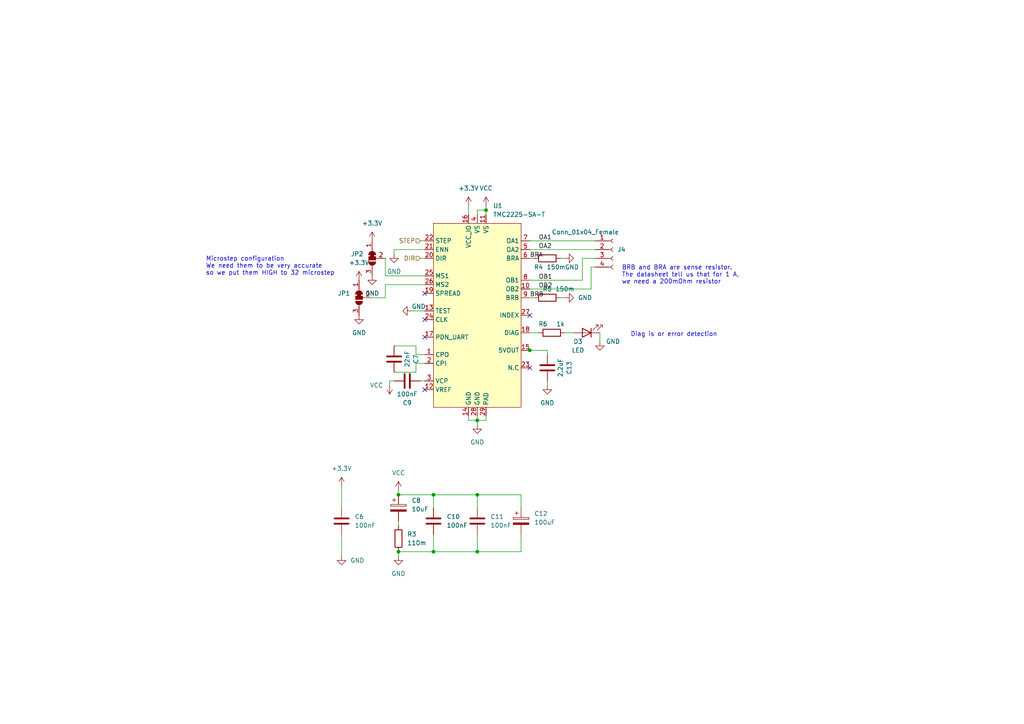
<source format=kicad_sch>
(kicad_sch (version 20211123) (generator eeschema)
  (paper "A4")
  (lib_symbols
    (symbol "Connector:Conn_01x04_Female" (pin_names (offset 1.016) hide)
      (property "Reference" "J" (at 0 5.08 0))
      (property "Value" "Conn_01x04_Female" (at 0 -7.62 0))
      (symbol "Conn_01x04_Female_1_1"
        (arc (start 0 -4.572) (mid -0.508 -5.08) (end 0 -5.588) (stroke (width 0.1524)))
        (arc (start 0 -2.032) (mid -0.508 -2.54) (end 0 -3.048) (stroke (width 0.1524)))
        (polyline (pts (xy -1.27 -5.08) (xy -0.508 -5.08)) (stroke (width 0.1524)))
        (polyline (pts (xy -1.27 -2.54) (xy -0.508 -2.54)) (stroke (width 0.1524)))
        (polyline (pts (xy -1.27 0) (xy -0.508 0)) (stroke (width 0.1524)))
        (polyline (pts (xy -1.27 2.54) (xy -0.508 2.54)) (stroke (width 0.1524)))
        (arc (start 0 0.508) (mid -0.508 0) (end 0 -0.508) (stroke (width 0.1524)))
        (arc (start 0 3.048) (mid -0.508 2.54) (end 0 2.032) (stroke (width 0.1524)))
        (pin passive line (at -5.08 2.54 0) (length 3.81) (name "Pin_1") (number "1"))
        (pin passive line (at -5.08 0 0) (length 3.81) (name "Pin_2") (number "2"))
        (pin passive line (at -5.08 -2.54 0) (length 3.81) (name "Pin_3") (number "3"))
        (pin passive line (at -5.08 -5.08 0) (length 3.81) (name "Pin_4") (number "4"))
      )
    )
    (symbol "Custom_laptop:TMC2225-SA-T"
      (property "Reference" "U" (at -11.43 25.4 0))
      (property "Value" "TMC2225-SA-T" (at -13.97 -31.75 0))
      (symbol "TMC2225-SA-T_0_1"
        (rectangle (start -12.7 24.13) (end 12.7 -29.21) (fill (type background)))
      )
      (symbol "TMC2225-SA-T_1_1"
        (pin passive line (at -15.24 -13.97 0) (length 2.54) (name "CPO") (number "1"))
        (pin passive line (at 15.24 5.08 180) (length 2.54) (name "OB2") (number "10"))
        (pin power_in line (at 2.54 26.67 270) (length 2.54) (name "VS") (number "11"))
        (pin passive line (at -15.24 -24.13 0) (length 2.54) (name "VREF") (number "12"))
        (pin passive line (at -15.24 -1.27 0) (length 2.54) (name "TEST") (number "13"))
        (pin power_in line (at -2.54 -31.75 90) (length 2.54) (name "GND") (number "14"))
        (pin passive line (at 15.24 -12.7 180) (length 2.54) (name "5VOUT") (number "15"))
        (pin power_in line (at -2.54 26.67 270) (length 2.54) (name "VCC_IO") (number "16"))
        (pin passive line (at -15.24 -8.89 0) (length 2.54) (name "PDN_UART") (number "17"))
        (pin passive line (at 15.24 -7.62 180) (length 2.54) (name "DIAG") (number "18"))
        (pin passive line (at -15.24 3.81 0) (length 2.54) (name "SPREAD") (number "19"))
        (pin passive line (at -15.24 -16.51 0) (length 2.54) (name "CPI") (number "2"))
        (pin passive line (at -15.24 13.97 0) (length 2.54) (name "DIR") (number "20"))
        (pin passive line (at -15.24 16.51 0) (length 2.54) (name "ENN") (number "21"))
        (pin passive line (at -15.24 19.05 0) (length 2.54) (name "STEP") (number "22"))
        (pin passive line (at 15.24 -17.78 180) (length 2.54) (name "N.C") (number "23"))
        (pin passive line (at -15.24 -3.81 0) (length 2.54) (name "CLK") (number "24"))
        (pin passive line (at -15.24 8.89 0) (length 2.54) (name "MS1") (number "25"))
        (pin passive line (at -15.24 6.35 0) (length 2.54) (name "MS2") (number "26"))
        (pin passive line (at 15.24 -2.54 180) (length 2.54) (name "INDEX") (number "27"))
        (pin power_in line (at 0 -31.75 90) (length 2.54) (name "GND") (number "28"))
        (pin power_in line (at 2.54 -31.75 90) (length 2.54) (name "PAD") (number "29"))
        (pin passive line (at -15.24 -21.59 0) (length 2.54) (name "VCP") (number "3"))
        (pin power_in line (at 0 26.67 270) (length 2.54) (name "VS") (number "4"))
        (pin passive line (at 15.24 16.51 180) (length 2.54) (name "OA2") (number "5"))
        (pin passive line (at 15.24 13.97 180) (length 2.54) (name "BRA") (number "6"))
        (pin passive line (at 15.24 19.05 180) (length 2.54) (name "OA1") (number "7"))
        (pin passive line (at 15.24 7.62 180) (length 2.54) (name "OB1") (number "8"))
        (pin passive line (at 15.24 2.54 180) (length 2.54) (name "BRB") (number "9"))
      )
    )
    (symbol "Device:C" (pin_numbers hide) (pin_names (offset 0.254))
      (property "Reference" "C" (at 0.635 2.54 0))
      (property "Value" "C" (at 0.635 -2.54 0))
      (symbol "C_0_1"
        (polyline (pts (xy -2.032 -0.762) (xy 2.032 -0.762)) (stroke (width 0.508)))
        (polyline (pts (xy -2.032 0.762) (xy 2.032 0.762)) (stroke (width 0.508)))
      )
      (symbol "C_1_1"
        (pin passive line (at 0 3.81 270) (length 2.794) (name "~") (number "1"))
        (pin passive line (at 0 -3.81 90) (length 2.794) (name "~") (number "2"))
      )
    )
    (symbol "Device:C_Polarized" (pin_numbers hide) (pin_names (offset 0.254))
      (property "Reference" "C" (at 0.635 2.54 0))
      (property "Value" "C_Polarized" (at 0.635 -2.54 0))
      (symbol "C_Polarized_0_1"
        (rectangle (start -2.286 0.508) (end 2.286 1.016))
        (polyline (pts (xy -1.778 2.286) (xy -0.762 2.286)))
        (polyline (pts (xy -1.27 2.794) (xy -1.27 1.778)))
        (rectangle (start 2.286 -0.508) (end -2.286 -1.016) (fill (type outline)))
      )
      (symbol "C_Polarized_1_1"
        (pin passive line (at 0 3.81 270) (length 2.794) (name "~") (number "1"))
        (pin passive line (at 0 -3.81 90) (length 2.794) (name "~") (number "2"))
      )
    )
    (symbol "Device:LED" (pin_numbers hide) (pin_names (offset 1.016) hide)
      (property "Reference" "D" (at 0 2.54 0))
      (property "Value" "LED" (at 0 -2.54 0))
      (symbol "LED_0_1"
        (polyline (pts (xy -1.27 -1.27) (xy -1.27 1.27)) (stroke (width 0.254)))
        (polyline (pts (xy -1.27 0) (xy 1.27 0)))
        (polyline (pts (xy 1.27 -1.27) (xy 1.27 1.27) (xy -1.27 0) (xy 1.27 -1.27)) (stroke (width 0.254)))
        (polyline (pts (xy -3.048 -0.762) (xy -4.572 -2.286) (xy -3.81 -2.286) (xy -4.572 -2.286) (xy -4.572 -1.524)))
        (polyline (pts (xy -1.778 -0.762) (xy -3.302 -2.286) (xy -2.54 -2.286) (xy -3.302 -2.286) (xy -3.302 -1.524)))
      )
      (symbol "LED_1_1"
        (pin passive line (at -3.81 0 0) (length 2.54) (name "K") (number "1"))
        (pin passive line (at 3.81 0 180) (length 2.54) (name "A") (number "2"))
      )
    )
    (symbol "Device:R" (pin_numbers hide) (pin_names (offset 0))
      (property "Reference" "R" (at 2.032 0 90))
      (property "Value" "R" (at 0 0 90))
      (symbol "R_0_1"
        (rectangle (start -1.016 -2.54) (end 1.016 2.54) (stroke (width 0.254)))
      )
      (symbol "R_1_1"
        (pin passive line (at 0 3.81 270) (length 1.27) (name "~") (number "1"))
        (pin passive line (at 0 -3.81 90) (length 1.27) (name "~") (number "2"))
      )
    )
    (symbol "Jumper:SolderJumper_3_Bridged12" (pin_names (offset 0) hide)
      (property "Reference" "JP" (at -2.54 -2.54 0))
      (property "Value" "SolderJumper_3_Bridged12" (at 0 2.794 0))
      (symbol "SolderJumper_3_Bridged12_0_1"
        (rectangle (start -1.016 0.508) (end -0.508 -0.508) (fill (type outline)))
        (arc (start -1.016 1.016) (mid -2.032 0) (end -1.016 -1.016))
        (arc (start -1.016 1.016) (mid -2.032 0) (end -1.016 -1.016) (fill (type outline)))
        (rectangle (start -0.508 1.016) (end 0.508 -1.016) (fill (type outline)))
        (polyline (pts (xy -2.54 0) (xy -2.032 0)))
        (polyline (pts (xy -1.016 1.016) (xy -1.016 -1.016)))
        (polyline (pts (xy 0 -1.27) (xy 0 -1.016)))
        (polyline (pts (xy 1.016 1.016) (xy 1.016 -1.016)))
        (polyline (pts (xy 2.54 0) (xy 2.032 0)))
        (arc (start 1.016 -1.016) (mid 2.032 0) (end 1.016 1.016))
        (arc (start 1.016 -1.016) (mid 2.032 0) (end 1.016 1.016) (fill (type outline)))
      )
      (symbol "SolderJumper_3_Bridged12_1_1"
        (pin passive line (at -5.08 0 0) (length 2.54) (name "A") (number "1"))
        (pin passive line (at 0 -3.81 90) (length 2.54) (name "C") (number "2"))
        (pin passive line (at 5.08 0 180) (length 2.54) (name "B") (number "3"))
      )
    )
    (symbol "power:+3.3V" (power) (pin_names (offset 0))
      (property "Value" "+3.3V" (at 0 3.556 0))
      (symbol "+3.3V_0_1"
        (polyline (pts (xy -0.762 1.27) (xy 0 2.54)))
        (polyline (pts (xy 0 0) (xy 0 2.54)))
        (polyline (pts (xy 0 2.54) (xy 0.762 1.27)))
      )
      (symbol "+3.3V_1_1"
        (pin power_in line (at 0 0 90) (length 0) hide (name "+3.3V") (number "1"))
      )
    )
    (symbol "power:GND" (power) (pin_names (offset 0))
      (property "Value" "GND" (at 0 -3.81 0))
      (symbol "GND_0_1"
        (polyline (pts (xy 0 0) (xy 0 -1.27) (xy 1.27 -1.27) (xy 0 -2.54) (xy -1.27 -1.27) (xy 0 -1.27)))
      )
      (symbol "GND_1_1"
        (pin power_in line (at 0 0 270) (length 0) hide (name "GND") (number "1"))
      )
    )
    (symbol "power:VCC" (power) (pin_names (offset 0))
      (property "Value" "VCC" (at 0 3.81 0))
      (symbol "VCC_0_1"
        (polyline (pts (xy -0.762 1.27) (xy 0 2.54)))
        (polyline (pts (xy 0 0) (xy 0 2.54)))
        (polyline (pts (xy 0 2.54) (xy 0.762 1.27)))
      )
      (symbol "VCC_1_1"
        (pin power_in line (at 0 0 90) (length 0) hide (name "VCC") (number "1"))
      )
    )
  )
  (junction (at 125.73 143.51))
  (junction (at 140.97 60.96))
  (junction (at 153.67 101.6))
  (junction (at 115.57 143.51))
  (junction (at 138.43 160.02))
  (junction (at 115.57 160.02))
  (junction (at 125.73 160.02))
  (junction (at 138.43 121.92))
  (junction (at 138.43 143.51))
  (no_connect (at 123.19 85.09))
  (no_connect (at 153.67 91.44))
  (no_connect (at 123.19 113.03))
  (no_connect (at 123.19 92.71))
  (no_connect (at 123.19 97.79))
  (no_connect (at 153.67 106.68))
  (wire (pts (xy 120.65 102.87) (xy 123.19 102.87)))
  (wire (pts (xy 138.43 121.92) (xy 138.43 123.19)))
  (wire (pts (xy 114.3 73.66) (xy 114.3 72.39)))
  (wire (pts (xy 138.43 160.02) (xy 125.73 160.02)))
  (wire (pts (xy 153.67 101.6) (xy 151.13 101.6)))
  (wire (pts (xy 99.06 154.94) (xy 99.06 161.29)))
  (wire (pts (xy 153.67 96.52) (xy 156.21 96.52)))
  (wire (pts (xy 121.92 69.85) (xy 123.19 69.85)))
  (wire (pts (xy 125.73 143.51) (xy 115.57 143.51)))
  (wire (pts (xy 123.19 82.55) (xy 111.76 82.55)))
  (wire (pts (xy 120.65 107.95) (xy 120.65 105.41)))
  (wire (pts (xy 138.43 147.32) (xy 138.43 143.51)))
  (wire (pts (xy 151.13 143.51) (xy 151.13 147.32)))
  (wire (pts (xy 121.92 110.49) (xy 123.19 110.49)))
  (wire (pts (xy 171.45 77.47) (xy 172.72 77.47)))
  (wire (pts (xy 113.03 111.76) (xy 113.03 110.49)))
  (wire (pts (xy 135.89 120.65) (xy 135.89 121.92)))
  (wire (pts (xy 151.13 160.02) (xy 138.43 160.02)))
  (wire (pts (xy 120.65 100.33) (xy 120.65 102.87)))
  (wire (pts (xy 111.76 82.55) (xy 111.76 86.36)))
  (wire (pts (xy 158.75 102.87) (xy 158.75 101.6)))
  (wire (pts (xy 138.43 120.65) (xy 138.43 121.92)))
  (wire (pts (xy 125.73 154.94) (xy 125.73 160.02)))
  (wire (pts (xy 125.73 160.02) (xy 115.57 160.02)))
  (wire (pts (xy 168.91 81.28) (xy 168.91 74.93)))
  (wire (pts (xy 111.76 80.01) (xy 111.76 74.93)))
  (wire (pts (xy 138.43 121.92) (xy 140.97 121.92)))
  (wire (pts (xy 151.13 154.94) (xy 151.13 160.02)))
  (wire (pts (xy 125.73 143.51) (xy 138.43 143.51)))
  (wire (pts (xy 99.06 140.97) (xy 99.06 147.32)))
  (wire (pts (xy 138.43 60.96) (xy 140.97 60.96)))
  (wire (pts (xy 121.92 74.93) (xy 123.19 74.93)))
  (wire (pts (xy 111.76 80.01) (xy 123.19 80.01)))
  (wire (pts (xy 114.3 72.39) (xy 123.19 72.39)))
  (wire (pts (xy 171.45 83.82) (xy 171.45 77.47)))
  (wire (pts (xy 115.57 143.51) (xy 115.57 142.24)))
  (wire (pts (xy 173.99 99.06) (xy 173.99 96.52)))
  (wire (pts (xy 153.67 69.85) (xy 172.72 69.85)))
  (wire (pts (xy 120.65 105.41) (xy 123.19 105.41)))
  (wire (pts (xy 119.38 90.17) (xy 123.19 90.17)))
  (wire (pts (xy 153.67 81.28) (xy 168.91 81.28)))
  (wire (pts (xy 153.67 72.39) (xy 172.72 72.39)))
  (wire (pts (xy 113.03 110.49) (xy 114.3 110.49)))
  (wire (pts (xy 107.95 86.36) (xy 111.76 86.36)))
  (wire (pts (xy 153.67 74.93) (xy 154.94 74.93)))
  (wire (pts (xy 162.56 86.36) (xy 163.83 86.36)))
  (wire (pts (xy 162.56 74.93) (xy 163.83 74.93)))
  (wire (pts (xy 135.89 59.69) (xy 135.89 62.23)))
  (wire (pts (xy 125.73 147.32) (xy 125.73 143.51)))
  (wire (pts (xy 140.97 60.96) (xy 140.97 62.23)))
  (wire (pts (xy 158.75 110.49) (xy 158.75 111.76)))
  (wire (pts (xy 140.97 120.65) (xy 140.97 121.92)))
  (wire (pts (xy 163.83 96.52) (xy 166.37 96.52)))
  (wire (pts (xy 115.57 151.13) (xy 115.57 152.4)))
  (wire (pts (xy 138.43 143.51) (xy 151.13 143.51)))
  (wire (pts (xy 114.3 107.95) (xy 120.65 107.95)))
  (wire (pts (xy 153.67 83.82) (xy 171.45 83.82)))
  (wire (pts (xy 138.43 62.23) (xy 138.43 60.96)))
  (wire (pts (xy 158.75 101.6) (xy 153.67 101.6)))
  (wire (pts (xy 140.97 59.69) (xy 140.97 60.96)))
  (wire (pts (xy 153.67 86.36) (xy 154.94 86.36)))
  (wire (pts (xy 114.3 100.33) (xy 120.65 100.33)))
  (wire (pts (xy 168.91 74.93) (xy 172.72 74.93)))
  (wire (pts (xy 115.57 160.02) (xy 115.57 161.29)))
  (wire (pts (xy 138.43 154.94) (xy 138.43 160.02)))
  (wire (pts (xy 135.89 121.92) (xy 138.43 121.92)))
  (text "Diag is or error detection" (at 182.88 97.79 0) (effects (font (size 1.27 1.27)) (justify left bottom)))
  (text "BRB and BRA are sense resistor. \nThe datasheet tell us that for 1 A, \nwe need a 200mOhm resistor" (at 180.34 82.55 0) (effects (font (size 1.27 1.27)) (justify left bottom)))
  (text "Microstep configuration\nWe need them to be very accurate\nso we put them HIGH to 32 microstep" (at 59.69 80.01 0) (effects (font (size 1.27 1.27)) (justify left bottom)))
  (label "OB2" (at 156.21 83.82 0))
  (label "BRB" (at 153.67 86.36 0))
  (label "OB1" (at 156.21 81.28 0))
  (label "BRA" (at 153.67 74.93 0))
  (label "OA2" (at 156.21 72.39 0))
  (label "OA1" (at 156.21 69.85 0))
  (hierarchical_label "DIR" (shape input) (at 121.92 74.93 180))
  (hierarchical_label "STEP" (shape input) (at 121.92 69.85 180))
  (symbol (lib_id "Device:C") (at 138.43 151.13 0) (unit 1)
    (property "Reference" "C11" (at 142.24 149.8599 0) (effects (justify left)))
    (property "Value" "100nF" (at 142.24 152.3999 0) (effects (justify left)))
    (property "Footprint" "Capacitor_SMD:C_0603_1608Metric_Pad1.08x0.95mm_HandSolder" (effects hide))
  )
  (symbol (lib_id "Device:C") (at 158.75 106.68 180) (unit 1)
    (property "Reference" "C13" (at 165.1 106.68 90))
    (property "Value" "2.2uF" (at 162.56 106.68 90))
    (property "Footprint" "Capacitor_SMD:C_0603_1608Metric_Pad1.08x0.95mm_HandSolder" (effects hide))
  )
  (symbol (lib_id "power:GND") (at 163.83 86.36 90) (unit 1)
    (property "Reference" "#PWR0110" (effects hide))
    (property "Value" "GND" (at 167.64 86.3599 90) (effects (justify right)))
  )
  (symbol (lib_id "Device:C_Polarized") (at 115.57 147.32 0) (unit 1)
    (property "Reference" "C8" (at 119.38 145.1609 0) (effects (justify left)))
    (property "Value" "10uF" (at 119.38 147.7009 0) (effects (justify left)))
    (property "Footprint" "Capacitor_SMD:CP_Elec_4x5.7" (effects hide))
  )
  (symbol (lib_id "power:GND") (at 173.99 99.06 0) (unit 1)
    (property "Reference" "#PWR0111" (effects hide))
    (property "Value" "GND" (at 177.8 99.06 0))
  )
  (symbol (lib_id "power:+3.3V") (at 107.95 69.85 0) (unit 1)
    (property "Reference" "#PWR0120" (effects hide))
    (property "Value" "+3.3V" (at 107.95 64.77 0))
  )
  (symbol (lib_id "power:GND") (at 119.38 90.17 270) (unit 1)
    (property "Reference" "#PWR0113" (effects hide))
    (property "Value" "GND" (at 119.38 88.9 90) (effects (justify left)))
  )
  (symbol (lib_id "Custom_laptop:TMC2225-SA-T") (at 138.43 88.9 0) (unit 1)
    (property "Reference" "U1" (at 142.9894 59.69 0) (effects (justify left)))
    (property "Value" "TMC2225-SA-T" (at 142.9894 62.23 0) (effects (justify left)))
    (property "Footprint" "Package_SO:HTSSOP-28-1EP_4.4x9.7mm_P0.65mm_EP2.85x5.4mm_ThermalVias" (effects hide))
  )
  (symbol (lib_id "Device:R") (at 160.02 96.52 270) (unit 1)
    (property "Reference" "R6" (at 157.48 93.98 90))
    (property "Value" "1k" (at 162.56 93.98 90))
    (property "Footprint" "Resistor_SMD:R_0603_1608Metric_Pad0.98x0.95mm_HandSolder" (effects hide))
  )
  (symbol (lib_id "power:GND") (at 99.06 161.29 0) (mirror y) (unit 1)
    (property "Reference" "#PWR0107" (effects hide))
    (property "Value" "GND" (at 101.6 162.5599 0) (effects (justify right)))
  )
  (symbol (lib_id "Device:C") (at 114.3 104.14 180) (unit 1)
    (property "Reference" "C7" (at 120.65 104.14 90))
    (property "Value" "22nF" (at 118.11 104.14 90))
    (property "Footprint" "Capacitor_SMD:C_0603_1608Metric_Pad1.08x0.95mm_HandSolder" (effects hide))
  )
  (symbol (lib_id "power:GND") (at 138.43 123.19 0) (unit 1)
    (property "Reference" "#PWR0105" (effects hide))
    (property "Value" "GND" (at 138.43 128.27 0))
  )
  (symbol (lib_id "power:GND") (at 158.75 111.76 0) (unit 1)
    (property "Reference" "#PWR0106" (effects hide))
    (property "Value" "GND" (at 158.75 116.84 0))
  )
  (symbol (lib_id "power:+3.3V") (at 99.06 140.97 0) (unit 1)
    (property "Reference" "#PWR0108" (effects hide))
    (property "Value" "+3.3V" (at 99.06 135.89 0))
  )
  (symbol (lib_id "power:GND") (at 107.95 80.01 0) (unit 1)
    (property "Reference" "#PWR0115" (effects hide))
    (property "Value" "GND" (at 107.95 85.09 0))
  )
  (symbol (lib_id "Device:C") (at 125.73 151.13 0) (unit 1)
    (property "Reference" "C10" (at 129.54 149.8599 0) (effects (justify left)))
    (property "Value" "100nF" (at 129.54 152.3999 0) (effects (justify left)))
    (property "Footprint" "Capacitor_SMD:C_0603_1608Metric_Pad1.08x0.95mm_HandSolder" (effects hide))
  )
  (symbol (lib_id "Jumper:SolderJumper_3_Bridged12") (at 104.14 86.36 90) (mirror x) (unit 1)
    (property "Reference" "JP1" (at 101.6 85.0899 90) (effects (justify left)))
    (property "Value" "SolderJumper_3_Bridged12" (effects hide))
    (property "Footprint" "Jumper:SolderJumper-3_P1.3mm_Bridged12_RoundedPad1.0x1.5mm_NumberLabels" (effects hide))
  )
  (symbol (lib_id "power:GND") (at 115.57 161.29 0) (unit 1)
    (property "Reference" "#PWR0104" (effects hide))
    (property "Value" "GND" (at 115.57 166.37 0))
  )
  (symbol (lib_id "Device:C") (at 118.11 110.49 90) (unit 1)
    (property "Reference" "C9" (at 118.11 116.84 90))
    (property "Value" "100nF" (at 118.11 114.3 90))
    (property "Footprint" "Capacitor_SMD:C_0603_1608Metric_Pad1.08x0.95mm_HandSolder" (effects hide))
  )
  (symbol (lib_id "Device:C") (at 99.06 151.13 0) (unit 1)
    (property "Reference" "C6" (at 102.87 149.8599 0) (effects (justify left)))
    (property "Value" "100nF" (at 102.87 152.3999 0) (effects (justify left)))
    (property "Footprint" "Capacitor_SMD:C_0603_1608Metric_Pad1.08x0.95mm_HandSolder" (effects hide))
  )
  (symbol (lib_id "power:VCC") (at 113.03 111.76 180) (unit 1)
    (property "Reference" "#PWR0116" (effects hide))
    (property "Value" "VCC" (at 109.22 111.76 0))
  )
  (symbol (lib_id "power:GND") (at 114.3 73.66 0) (unit 1)
    (property "Reference" "#PWR0119" (effects hide))
    (property "Value" "GND" (at 114.3 78.74 0))
  )
  (symbol (lib_id "Device:R") (at 115.57 156.21 0) (unit 1)
    (property "Reference" "R3" (at 118.11 154.9399 0) (effects (justify left)))
    (property "Value" "110m" (at 118.11 157.4799 0) (effects (justify left)))
    (property "Footprint" "Resistor_SMD:R_1206_3216Metric_Pad1.30x1.75mm_HandSolder" (effects hide))
  )
  (symbol (lib_id "power:+3.3V") (at 104.14 81.28 0) (unit 1)
    (property "Reference" "#PWR0121" (effects hide))
    (property "Value" "+3.3V" (at 104.14 76.2 0))
  )
  (symbol (lib_id "Device:LED") (at 170.18 96.52 180) (unit 1)
    (property "Reference" "D3" (at 167.64 99.06 0))
    (property "Value" "LED" (at 167.64 101.6 0))
    (property "Footprint" "LED_SMD:LED_0603_1608Metric_Pad1.05x0.95mm_HandSolder" (effects hide))
  )
  (symbol (lib_id "power:VCC") (at 140.97 59.69 0) (unit 1)
    (property "Reference" "#PWR0117" (effects hide))
    (property "Value" "VCC" (at 140.97 54.61 0))
  )
  (symbol (lib_id "Jumper:SolderJumper_3_Bridged12") (at 107.95 74.93 90) (mirror x) (unit 1)
    (property "Reference" "JP2" (at 105.41 73.6599 90) (effects (justify left)))
    (property "Value" "SolderJumper_3_Bridged12" (effects hide))
    (property "Footprint" "Jumper:SolderJumper-3_P1.3mm_Bridged12_RoundedPad1.0x1.5mm_NumberLabels" (effects hide))
  )
  (symbol (lib_id "Connector:Conn_01x04_Female") (at 177.8 72.39 0) (unit 1)
    (property "Reference" "J4" (at 179.07 72.3899 0) (effects (justify left)))
    (property "Value" "Conn_01x04_Female" (at 160.02 67.31 0) (effects (justify left)))
    (property "Footprint" "Connector_JST:JST_XH_B4B-XH-A_1x04_P2.50mm_Vertical" (effects hide))
  )
  (symbol (lib_id "Device:R") (at 158.75 86.36 90) (unit 1)
    (property "Reference" "R5" (at 158.75 83.82 90))
    (property "Value" "150m" (at 163.83 83.82 90))
    (property "Footprint" "Resistor_SMD:R_1206_3216Metric_Pad1.30x1.75mm_HandSolder" (effects hide))
  )
  (symbol (lib_id "power:GND") (at 104.14 91.44 0) (unit 1)
    (property "Reference" "#PWR0114" (effects hide))
    (property "Value" "GND" (at 104.14 96.52 0))
  )
  (symbol (lib_id "power:GND") (at 163.83 74.93 90) (unit 1)
    (property "Reference" "#PWR0112" (effects hide))
    (property "Value" "GND" (at 163.83 77.47 90) (effects (justify right)))
  )
  (symbol (lib_id "Device:C_Polarized") (at 151.13 151.13 0) (unit 1)
    (property "Reference" "C12" (at 154.94 148.9709 0) (effects (justify left)))
    (property "Value" "100uF" (at 154.94 151.5109 0) (effects (justify left)))
    (property "Footprint" "Capacitor_SMD:CP_Elec_6.3x7.7" (effects hide))
  )
  (symbol (lib_id "power:+3.3V") (at 135.89 59.69 0) (unit 1)
    (property "Reference" "#PWR0118" (effects hide))
    (property "Value" "+3.3V" (at 135.89 54.61 0))
  )
  (symbol (lib_id "power:VCC") (at 115.57 142.24 0) (unit 1)
    (property "Reference" "#PWR0109" (effects hide))
    (property "Value" "VCC" (at 115.57 137.16 0))
  )
  (symbol (lib_id "Device:R") (at 158.75 74.93 90) (unit 1)
    (property "Reference" "R4" (at 156.21 77.47 90))
    (property "Value" "150m" (at 161.29 77.47 90))
    (property "Footprint" "Resistor_SMD:R_1206_3216Metric_Pad1.30x1.75mm_HandSolder" (effects hide))
  )
)
</source>
